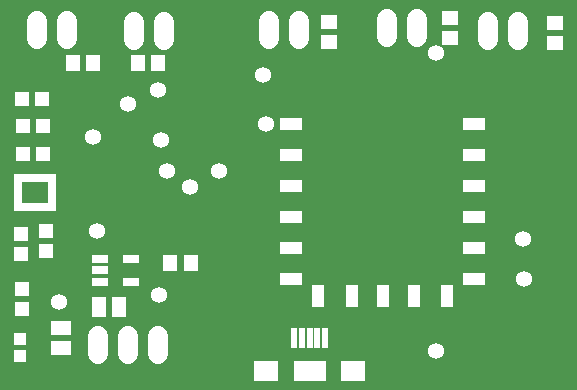
<source format=gbr>
G04 EAGLE Gerber RS-274X export*
G75*
%MOMM*%
%FSLAX34Y34*%
%LPD*%
%INSoldermask Top*%
%IPNEG*%
%AMOC8*
5,1,8,0,0,1.08239X$1,22.5*%
G01*
%ADD10R,1.203200X1.303200*%
%ADD11C,1.727200*%
%ADD12R,1.303200X1.203200*%
%ADD13R,1.651000X1.168400*%
%ADD14R,1.168400X1.651000*%
%ADD15R,0.603200X1.653200*%
%ADD16R,2.000000X1.700000*%
%ADD17R,2.700000X1.700000*%
%ADD18R,1.003200X1.003200*%
%ADD19R,1.208800X1.403197*%
%ADD20R,1.403197X1.208800*%
%ADD21R,1.981200X1.117600*%
%ADD22R,1.117600X1.981200*%
%ADD23R,0.473200X0.653200*%
%ADD24R,0.653200X0.473200*%
%ADD25R,1.403200X0.803200*%
%ADD26C,1.359600*%


D10*
X43100Y141400D03*
X43100Y124400D03*
D11*
X60250Y304130D02*
X60250Y319370D01*
X34850Y319370D02*
X34850Y304130D01*
X142600Y303030D02*
X142600Y318270D01*
X117200Y318270D02*
X117200Y303030D01*
X256600Y304280D02*
X256600Y319520D01*
X231200Y319520D02*
X231200Y304280D01*
X356850Y305530D02*
X356850Y320770D01*
X331450Y320770D02*
X331450Y305530D01*
X442100Y303030D02*
X442100Y318270D01*
X416700Y318270D02*
X416700Y303030D01*
X137600Y53020D02*
X137600Y37780D01*
X112200Y37780D02*
X112200Y53020D01*
X86800Y53020D02*
X86800Y37780D01*
D12*
X22550Y252900D03*
X39550Y252900D03*
X23450Y230400D03*
X40450Y230400D03*
X22850Y206400D03*
X39850Y206400D03*
D10*
X21500Y138900D03*
X21500Y121900D03*
D13*
X55600Y59005D03*
X55600Y42495D03*
D14*
X87595Y77000D03*
X104105Y77000D03*
D15*
X265850Y50550D03*
X259350Y50550D03*
X252850Y50550D03*
X272350Y50550D03*
X278850Y50550D03*
D16*
X229010Y23300D03*
X302690Y23300D03*
D17*
X265850Y23300D03*
D18*
X21050Y50500D03*
X21050Y35500D03*
D19*
X65372Y283700D03*
X82428Y283700D03*
X120622Y283700D03*
X137678Y283700D03*
D20*
X281900Y301422D03*
X281900Y318478D03*
X384650Y305172D03*
X384650Y322228D03*
X473850Y318028D03*
X473850Y300972D03*
D19*
X165128Y114500D03*
X148072Y114500D03*
D12*
X22000Y92200D03*
X22000Y75200D03*
D21*
X250350Y153500D03*
X250350Y206000D03*
X250350Y127250D03*
X250350Y179750D03*
X250350Y232250D03*
X250350Y101000D03*
X405350Y179750D03*
X405350Y153500D03*
X405350Y127250D03*
X405350Y206000D03*
X405350Y232250D03*
X405350Y101000D03*
D22*
X273350Y86500D03*
X301350Y86500D03*
X327850Y86500D03*
X354350Y86500D03*
X382350Y86500D03*
D23*
X48450Y162150D03*
D24*
X48150Y167950D03*
X48150Y172250D03*
X48150Y176550D03*
X48150Y180850D03*
D23*
X48450Y186650D03*
X44150Y186650D03*
X39850Y186650D03*
X35550Y186650D03*
X31250Y186650D03*
X26950Y186650D03*
X22650Y186650D03*
X18350Y186650D03*
D24*
X18650Y180850D03*
X18650Y176550D03*
X18650Y172250D03*
X18650Y167950D03*
D23*
X18350Y162150D03*
X22650Y162150D03*
X26950Y162150D03*
X31250Y162150D03*
X35550Y162150D03*
X39850Y162150D03*
X44150Y162150D03*
D25*
X114710Y117700D03*
X114710Y98700D03*
X88590Y117700D03*
X88590Y108200D03*
X88590Y98700D03*
D26*
X86250Y141250D03*
X228750Y232500D03*
X53750Y81250D03*
X138750Y87500D03*
X372500Y40000D03*
X140000Y218750D03*
X112500Y248750D03*
X446250Y135000D03*
X145000Y192500D03*
X372500Y292500D03*
X226250Y273750D03*
X447500Y101250D03*
X137500Y261250D03*
X188750Y192500D03*
X82500Y221250D03*
X165000Y178750D03*
M02*

</source>
